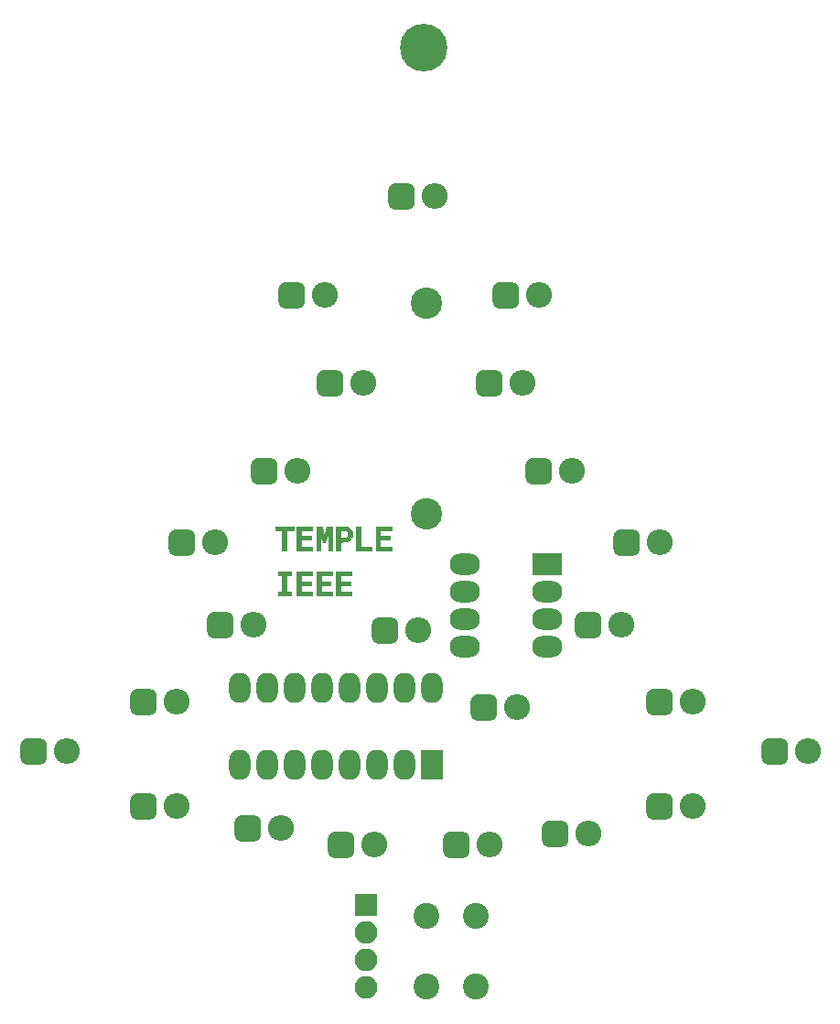
<source format=gbr>
G04 #@! TF.GenerationSoftware,KiCad,Pcbnew,(5.0.0)*
G04 #@! TF.CreationDate,2019-09-06T15:11:28-04:00*
G04 #@! TF.ProjectId,Christmas Tree,4368726973746D617320547265652E6B,rev?*
G04 #@! TF.SameCoordinates,Original*
G04 #@! TF.FileFunction,Soldermask,Top*
G04 #@! TF.FilePolarity,Negative*
%FSLAX46Y46*%
G04 Gerber Fmt 4.6, Leading zero omitted, Abs format (unit mm)*
G04 Created by KiCad (PCBNEW (5.0.0)) date 09/06/19 15:11:28*
%MOMM*%
%LPD*%
G01*
G04 APERTURE LIST*
%ADD10C,0.010000*%
%ADD11C,2.900000*%
%ADD12C,2.400000*%
%ADD13C,4.400000*%
%ADD14C,0.100000*%
%ADD15O,2.400000X2.400000*%
%ADD16R,2.000000X2.800000*%
%ADD17O,2.000000X2.800000*%
%ADD18O,2.100000X2.100000*%
%ADD19R,2.100000X2.100000*%
%ADD20O,2.800000X2.000000*%
%ADD21R,2.800000X2.000000*%
G04 APERTURE END LIST*
D10*
G04 #@! TO.C,G\002A\002A\002A*
G36*
X129892334Y-101979000D02*
X128834000Y-101979000D01*
X128834000Y-102529334D01*
X129723000Y-102529334D01*
X129723000Y-102868000D01*
X128834000Y-102868000D01*
X128834000Y-103503000D01*
X129892334Y-103503000D01*
X129892334Y-103841667D01*
X128453000Y-103841667D01*
X128453000Y-101640334D01*
X129892334Y-101640334D01*
X129892334Y-101979000D01*
X129892334Y-101979000D01*
G37*
X129892334Y-101979000D02*
X128834000Y-101979000D01*
X128834000Y-102529334D01*
X129723000Y-102529334D01*
X129723000Y-102868000D01*
X128834000Y-102868000D01*
X128834000Y-103503000D01*
X129892334Y-103503000D01*
X129892334Y-103841667D01*
X128453000Y-103841667D01*
X128453000Y-101640334D01*
X129892334Y-101640334D01*
X129892334Y-101979000D01*
G36*
X127013667Y-103503000D02*
X128029667Y-103503000D01*
X128029667Y-103841667D01*
X126632667Y-103841667D01*
X126632667Y-101640334D01*
X127013667Y-101640334D01*
X127013667Y-103503000D01*
X127013667Y-103503000D01*
G37*
X127013667Y-103503000D02*
X128029667Y-103503000D01*
X128029667Y-103841667D01*
X126632667Y-103841667D01*
X126632667Y-101640334D01*
X127013667Y-101640334D01*
X127013667Y-103503000D01*
G36*
X125288584Y-101647010D02*
X125523378Y-101656373D01*
X125691443Y-101670005D01*
X125810700Y-101690612D01*
X125899070Y-101720905D01*
X125947674Y-101746613D01*
X126121996Y-101897062D01*
X126234246Y-102092091D01*
X126278639Y-102313034D01*
X126249389Y-102541224D01*
X126219211Y-102622696D01*
X126111404Y-102798097D01*
X125960921Y-102919874D01*
X125755824Y-102994816D01*
X125505588Y-103028428D01*
X125193334Y-103048468D01*
X125193334Y-103841667D01*
X124770000Y-103841667D01*
X124770000Y-101979000D01*
X125193334Y-101979000D01*
X125193334Y-102698667D01*
X125434022Y-102698667D01*
X125593529Y-102690178D01*
X125699472Y-102659295D01*
X125772688Y-102606621D01*
X125854233Y-102477122D01*
X125872765Y-102320842D01*
X125828616Y-102167175D01*
X125766758Y-102082909D01*
X125686017Y-102019203D01*
X125588642Y-101987889D01*
X125442270Y-101979036D01*
X125428091Y-101979000D01*
X125193334Y-101979000D01*
X124770000Y-101979000D01*
X124770000Y-101631627D01*
X125288584Y-101647010D01*
X125288584Y-101647010D01*
G37*
X125288584Y-101647010D02*
X125523378Y-101656373D01*
X125691443Y-101670005D01*
X125810700Y-101690612D01*
X125899070Y-101720905D01*
X125947674Y-101746613D01*
X126121996Y-101897062D01*
X126234246Y-102092091D01*
X126278639Y-102313034D01*
X126249389Y-102541224D01*
X126219211Y-102622696D01*
X126111404Y-102798097D01*
X125960921Y-102919874D01*
X125755824Y-102994816D01*
X125505588Y-103028428D01*
X125193334Y-103048468D01*
X125193334Y-103841667D01*
X124770000Y-103841667D01*
X124770000Y-101979000D01*
X125193334Y-101979000D01*
X125193334Y-102698667D01*
X125434022Y-102698667D01*
X125593529Y-102690178D01*
X125699472Y-102659295D01*
X125772688Y-102606621D01*
X125854233Y-102477122D01*
X125872765Y-102320842D01*
X125828616Y-102167175D01*
X125766758Y-102082909D01*
X125686017Y-102019203D01*
X125588642Y-101987889D01*
X125442270Y-101979036D01*
X125428091Y-101979000D01*
X125193334Y-101979000D01*
X124770000Y-101979000D01*
X124770000Y-101631627D01*
X125288584Y-101647010D01*
G36*
X123539445Y-102048678D02*
X123589255Y-102237713D01*
X123630458Y-102358116D01*
X123660795Y-102403876D01*
X123670635Y-102397928D01*
X123696393Y-102331563D01*
X123736336Y-102206550D01*
X123783166Y-102046133D01*
X123798834Y-101989584D01*
X123894283Y-101640334D01*
X124389000Y-101640334D01*
X124389000Y-103841667D01*
X124052162Y-103841667D01*
X124040664Y-103026750D01*
X124029167Y-102211834D01*
X123884403Y-102666917D01*
X123818704Y-102867247D01*
X123768919Y-102999489D01*
X123728079Y-103077072D01*
X123689216Y-103113425D01*
X123648226Y-103122000D01*
X123604444Y-103112566D01*
X123566984Y-103074926D01*
X123528902Y-102995075D01*
X123483257Y-102859004D01*
X123433157Y-102688084D01*
X123309500Y-102254167D01*
X123297983Y-103047917D01*
X123286465Y-103841667D01*
X122949667Y-103841667D01*
X122949667Y-101640334D01*
X123441002Y-101640334D01*
X123539445Y-102048678D01*
X123539445Y-102048678D01*
G37*
X123539445Y-102048678D02*
X123589255Y-102237713D01*
X123630458Y-102358116D01*
X123660795Y-102403876D01*
X123670635Y-102397928D01*
X123696393Y-102331563D01*
X123736336Y-102206550D01*
X123783166Y-102046133D01*
X123798834Y-101989584D01*
X123894283Y-101640334D01*
X124389000Y-101640334D01*
X124389000Y-103841667D01*
X124052162Y-103841667D01*
X124040664Y-103026750D01*
X124029167Y-102211834D01*
X123884403Y-102666917D01*
X123818704Y-102867247D01*
X123768919Y-102999489D01*
X123728079Y-103077072D01*
X123689216Y-103113425D01*
X123648226Y-103122000D01*
X123604444Y-103112566D01*
X123566984Y-103074926D01*
X123528902Y-102995075D01*
X123483257Y-102859004D01*
X123433157Y-102688084D01*
X123309500Y-102254167D01*
X123297983Y-103047917D01*
X123286465Y-103841667D01*
X122949667Y-103841667D01*
X122949667Y-101640334D01*
X123441002Y-101640334D01*
X123539445Y-102048678D01*
G36*
X122568667Y-101979000D02*
X121552667Y-101979000D01*
X121552667Y-102529334D01*
X122441667Y-102529334D01*
X122441667Y-102868000D01*
X121552667Y-102868000D01*
X121552667Y-103503000D01*
X122568667Y-103503000D01*
X122568667Y-103841667D01*
X121129334Y-103841667D01*
X121129334Y-101640334D01*
X122568667Y-101640334D01*
X122568667Y-101979000D01*
X122568667Y-101979000D01*
G37*
X122568667Y-101979000D02*
X121552667Y-101979000D01*
X121552667Y-102529334D01*
X122441667Y-102529334D01*
X122441667Y-102868000D01*
X121552667Y-102868000D01*
X121552667Y-103503000D01*
X122568667Y-103503000D01*
X122568667Y-103841667D01*
X121129334Y-103841667D01*
X121129334Y-101640334D01*
X122568667Y-101640334D01*
X122568667Y-101979000D01*
G36*
X120833000Y-101979000D02*
X120198000Y-101979000D01*
X120198000Y-103841667D01*
X119774667Y-103841667D01*
X119774667Y-101979000D01*
X119139667Y-101979000D01*
X119139667Y-101640334D01*
X120833000Y-101640334D01*
X120833000Y-101979000D01*
X120833000Y-101979000D01*
G37*
X120833000Y-101979000D02*
X120198000Y-101979000D01*
X120198000Y-103841667D01*
X119774667Y-103841667D01*
X119774667Y-101979000D01*
X119139667Y-101979000D01*
X119139667Y-101640334D01*
X120833000Y-101640334D01*
X120833000Y-101979000D01*
G36*
X126209334Y-106170000D02*
X125193334Y-106170000D01*
X125193334Y-106720334D01*
X126082334Y-106720334D01*
X126082334Y-107059000D01*
X125193334Y-107059000D01*
X125193334Y-107694000D01*
X126209334Y-107694000D01*
X126209334Y-108032667D01*
X124770000Y-108032667D01*
X124770000Y-105831334D01*
X126209334Y-105831334D01*
X126209334Y-106170000D01*
X126209334Y-106170000D01*
G37*
X126209334Y-106170000D02*
X125193334Y-106170000D01*
X125193334Y-106720334D01*
X126082334Y-106720334D01*
X126082334Y-107059000D01*
X125193334Y-107059000D01*
X125193334Y-107694000D01*
X126209334Y-107694000D01*
X126209334Y-108032667D01*
X124770000Y-108032667D01*
X124770000Y-105831334D01*
X126209334Y-105831334D01*
X126209334Y-106170000D01*
G36*
X124389000Y-106170000D02*
X123373000Y-106170000D01*
X123373000Y-106720334D01*
X124262000Y-106720334D01*
X124262000Y-107059000D01*
X123373000Y-107059000D01*
X123373000Y-107694000D01*
X124389000Y-107694000D01*
X124389000Y-108032667D01*
X122949667Y-108032667D01*
X122949667Y-105831334D01*
X124389000Y-105831334D01*
X124389000Y-106170000D01*
X124389000Y-106170000D01*
G37*
X124389000Y-106170000D02*
X123373000Y-106170000D01*
X123373000Y-106720334D01*
X124262000Y-106720334D01*
X124262000Y-107059000D01*
X123373000Y-107059000D01*
X123373000Y-107694000D01*
X124389000Y-107694000D01*
X124389000Y-108032667D01*
X122949667Y-108032667D01*
X122949667Y-105831334D01*
X124389000Y-105831334D01*
X124389000Y-106170000D01*
G36*
X122568667Y-106170000D02*
X121552667Y-106170000D01*
X121552667Y-106720334D01*
X122441667Y-106720334D01*
X122441667Y-107059000D01*
X121552667Y-107059000D01*
X121552667Y-107694000D01*
X122568667Y-107694000D01*
X122568667Y-108032667D01*
X121129334Y-108032667D01*
X121129334Y-105831334D01*
X122568667Y-105831334D01*
X122568667Y-106170000D01*
X122568667Y-106170000D01*
G37*
X122568667Y-106170000D02*
X121552667Y-106170000D01*
X121552667Y-106720334D01*
X122441667Y-106720334D01*
X122441667Y-107059000D01*
X121552667Y-107059000D01*
X121552667Y-107694000D01*
X122568667Y-107694000D01*
X122568667Y-108032667D01*
X121129334Y-108032667D01*
X121129334Y-105831334D01*
X122568667Y-105831334D01*
X122568667Y-106170000D01*
G36*
X120621334Y-106170000D02*
X120198000Y-106170000D01*
X120198000Y-107694000D01*
X120621334Y-107694000D01*
X120621334Y-108032667D01*
X119393667Y-108032667D01*
X119393667Y-107694000D01*
X119774667Y-107694000D01*
X119774667Y-106170000D01*
X119393667Y-106170000D01*
X119393667Y-105831334D01*
X120621334Y-105831334D01*
X120621334Y-106170000D01*
X120621334Y-106170000D01*
G37*
X120621334Y-106170000D02*
X120198000Y-106170000D01*
X120198000Y-107694000D01*
X120621334Y-107694000D01*
X120621334Y-108032667D01*
X119393667Y-108032667D01*
X119393667Y-107694000D01*
X119774667Y-107694000D01*
X119774667Y-106170000D01*
X119393667Y-106170000D01*
X119393667Y-105831334D01*
X120621334Y-105831334D01*
X120621334Y-106170000D01*
G04 #@! TD*
D11*
G04 #@! TO.C,Battery1*
X133096000Y-100456000D03*
X133096000Y-80956000D03*
G04 #@! TD*
D12*
G04 #@! TO.C,BTN1*
X133168000Y-137668000D03*
X137668000Y-137668000D03*
X133168000Y-144168000D03*
X137668000Y-144168000D03*
G04 #@! TD*
D13*
G04 #@! TO.C,HOOK*
X132842000Y-57364000D03*
G04 #@! TD*
D14*
G04 #@! TO.C,D1*
G36*
X125884810Y-129866889D02*
X125943054Y-129875529D01*
X126000171Y-129889836D01*
X126055610Y-129909672D01*
X126108838Y-129934847D01*
X126159342Y-129965118D01*
X126206636Y-130000194D01*
X126250264Y-130039736D01*
X126289806Y-130083364D01*
X126324882Y-130130658D01*
X126355153Y-130181162D01*
X126380328Y-130234390D01*
X126400164Y-130289829D01*
X126414471Y-130346946D01*
X126423111Y-130405190D01*
X126426000Y-130464000D01*
X126426000Y-131664000D01*
X126423111Y-131722810D01*
X126414471Y-131781054D01*
X126400164Y-131838171D01*
X126380328Y-131893610D01*
X126355153Y-131946838D01*
X126324882Y-131997342D01*
X126289806Y-132044636D01*
X126250264Y-132088264D01*
X126206636Y-132127806D01*
X126159342Y-132162882D01*
X126108838Y-132193153D01*
X126055610Y-132218328D01*
X126000171Y-132238164D01*
X125943054Y-132252471D01*
X125884810Y-132261111D01*
X125826000Y-132264000D01*
X124626000Y-132264000D01*
X124567190Y-132261111D01*
X124508946Y-132252471D01*
X124451829Y-132238164D01*
X124396390Y-132218328D01*
X124343162Y-132193153D01*
X124292658Y-132162882D01*
X124245364Y-132127806D01*
X124201736Y-132088264D01*
X124162194Y-132044636D01*
X124127118Y-131997342D01*
X124096847Y-131946838D01*
X124071672Y-131893610D01*
X124051836Y-131838171D01*
X124037529Y-131781054D01*
X124028889Y-131722810D01*
X124026000Y-131664000D01*
X124026000Y-130464000D01*
X124028889Y-130405190D01*
X124037529Y-130346946D01*
X124051836Y-130289829D01*
X124071672Y-130234390D01*
X124096847Y-130181162D01*
X124127118Y-130130658D01*
X124162194Y-130083364D01*
X124201736Y-130039736D01*
X124245364Y-130000194D01*
X124292658Y-129965118D01*
X124343162Y-129934847D01*
X124396390Y-129909672D01*
X124451829Y-129889836D01*
X124508946Y-129875529D01*
X124567190Y-129866889D01*
X124626000Y-129864000D01*
X125826000Y-129864000D01*
X125884810Y-129866889D01*
X125884810Y-129866889D01*
G37*
D12*
X125226000Y-131064000D03*
D15*
X128266000Y-131064000D03*
G04 #@! TD*
G04 #@! TO.C,D2*
X119630000Y-129540000D03*
D14*
G36*
X117248810Y-128342889D02*
X117307054Y-128351529D01*
X117364171Y-128365836D01*
X117419610Y-128385672D01*
X117472838Y-128410847D01*
X117523342Y-128441118D01*
X117570636Y-128476194D01*
X117614264Y-128515736D01*
X117653806Y-128559364D01*
X117688882Y-128606658D01*
X117719153Y-128657162D01*
X117744328Y-128710390D01*
X117764164Y-128765829D01*
X117778471Y-128822946D01*
X117787111Y-128881190D01*
X117790000Y-128940000D01*
X117790000Y-130140000D01*
X117787111Y-130198810D01*
X117778471Y-130257054D01*
X117764164Y-130314171D01*
X117744328Y-130369610D01*
X117719153Y-130422838D01*
X117688882Y-130473342D01*
X117653806Y-130520636D01*
X117614264Y-130564264D01*
X117570636Y-130603806D01*
X117523342Y-130638882D01*
X117472838Y-130669153D01*
X117419610Y-130694328D01*
X117364171Y-130714164D01*
X117307054Y-130728471D01*
X117248810Y-130737111D01*
X117190000Y-130740000D01*
X115990000Y-130740000D01*
X115931190Y-130737111D01*
X115872946Y-130728471D01*
X115815829Y-130714164D01*
X115760390Y-130694328D01*
X115707162Y-130669153D01*
X115656658Y-130638882D01*
X115609364Y-130603806D01*
X115565736Y-130564264D01*
X115526194Y-130520636D01*
X115491118Y-130473342D01*
X115460847Y-130422838D01*
X115435672Y-130369610D01*
X115415836Y-130314171D01*
X115401529Y-130257054D01*
X115392889Y-130198810D01*
X115390000Y-130140000D01*
X115390000Y-128940000D01*
X115392889Y-128881190D01*
X115401529Y-128822946D01*
X115415836Y-128765829D01*
X115435672Y-128710390D01*
X115460847Y-128657162D01*
X115491118Y-128606658D01*
X115526194Y-128559364D01*
X115565736Y-128515736D01*
X115609364Y-128476194D01*
X115656658Y-128441118D01*
X115707162Y-128410847D01*
X115760390Y-128385672D01*
X115815829Y-128365836D01*
X115872946Y-128351529D01*
X115931190Y-128342889D01*
X115990000Y-128340000D01*
X117190000Y-128340000D01*
X117248810Y-128342889D01*
X117248810Y-128342889D01*
G37*
D12*
X116590000Y-129540000D03*
G04 #@! TD*
D14*
G04 #@! TO.C,D3*
G36*
X107596810Y-126310889D02*
X107655054Y-126319529D01*
X107712171Y-126333836D01*
X107767610Y-126353672D01*
X107820838Y-126378847D01*
X107871342Y-126409118D01*
X107918636Y-126444194D01*
X107962264Y-126483736D01*
X108001806Y-126527364D01*
X108036882Y-126574658D01*
X108067153Y-126625162D01*
X108092328Y-126678390D01*
X108112164Y-126733829D01*
X108126471Y-126790946D01*
X108135111Y-126849190D01*
X108138000Y-126908000D01*
X108138000Y-128108000D01*
X108135111Y-128166810D01*
X108126471Y-128225054D01*
X108112164Y-128282171D01*
X108092328Y-128337610D01*
X108067153Y-128390838D01*
X108036882Y-128441342D01*
X108001806Y-128488636D01*
X107962264Y-128532264D01*
X107918636Y-128571806D01*
X107871342Y-128606882D01*
X107820838Y-128637153D01*
X107767610Y-128662328D01*
X107712171Y-128682164D01*
X107655054Y-128696471D01*
X107596810Y-128705111D01*
X107538000Y-128708000D01*
X106338000Y-128708000D01*
X106279190Y-128705111D01*
X106220946Y-128696471D01*
X106163829Y-128682164D01*
X106108390Y-128662328D01*
X106055162Y-128637153D01*
X106004658Y-128606882D01*
X105957364Y-128571806D01*
X105913736Y-128532264D01*
X105874194Y-128488636D01*
X105839118Y-128441342D01*
X105808847Y-128390838D01*
X105783672Y-128337610D01*
X105763836Y-128282171D01*
X105749529Y-128225054D01*
X105740889Y-128166810D01*
X105738000Y-128108000D01*
X105738000Y-126908000D01*
X105740889Y-126849190D01*
X105749529Y-126790946D01*
X105763836Y-126733829D01*
X105783672Y-126678390D01*
X105808847Y-126625162D01*
X105839118Y-126574658D01*
X105874194Y-126527364D01*
X105913736Y-126483736D01*
X105957364Y-126444194D01*
X106004658Y-126409118D01*
X106055162Y-126378847D01*
X106108390Y-126353672D01*
X106163829Y-126333836D01*
X106220946Y-126319529D01*
X106279190Y-126310889D01*
X106338000Y-126308000D01*
X107538000Y-126308000D01*
X107596810Y-126310889D01*
X107596810Y-126310889D01*
G37*
D12*
X106938000Y-127508000D03*
D15*
X109978000Y-127508000D03*
G04 #@! TD*
G04 #@! TO.C,D4*
X99818000Y-122428000D03*
D14*
G36*
X97436810Y-121230889D02*
X97495054Y-121239529D01*
X97552171Y-121253836D01*
X97607610Y-121273672D01*
X97660838Y-121298847D01*
X97711342Y-121329118D01*
X97758636Y-121364194D01*
X97802264Y-121403736D01*
X97841806Y-121447364D01*
X97876882Y-121494658D01*
X97907153Y-121545162D01*
X97932328Y-121598390D01*
X97952164Y-121653829D01*
X97966471Y-121710946D01*
X97975111Y-121769190D01*
X97978000Y-121828000D01*
X97978000Y-123028000D01*
X97975111Y-123086810D01*
X97966471Y-123145054D01*
X97952164Y-123202171D01*
X97932328Y-123257610D01*
X97907153Y-123310838D01*
X97876882Y-123361342D01*
X97841806Y-123408636D01*
X97802264Y-123452264D01*
X97758636Y-123491806D01*
X97711342Y-123526882D01*
X97660838Y-123557153D01*
X97607610Y-123582328D01*
X97552171Y-123602164D01*
X97495054Y-123616471D01*
X97436810Y-123625111D01*
X97378000Y-123628000D01*
X96178000Y-123628000D01*
X96119190Y-123625111D01*
X96060946Y-123616471D01*
X96003829Y-123602164D01*
X95948390Y-123582328D01*
X95895162Y-123557153D01*
X95844658Y-123526882D01*
X95797364Y-123491806D01*
X95753736Y-123452264D01*
X95714194Y-123408636D01*
X95679118Y-123361342D01*
X95648847Y-123310838D01*
X95623672Y-123257610D01*
X95603836Y-123202171D01*
X95589529Y-123145054D01*
X95580889Y-123086810D01*
X95578000Y-123028000D01*
X95578000Y-121828000D01*
X95580889Y-121769190D01*
X95589529Y-121710946D01*
X95603836Y-121653829D01*
X95623672Y-121598390D01*
X95648847Y-121545162D01*
X95679118Y-121494658D01*
X95714194Y-121447364D01*
X95753736Y-121403736D01*
X95797364Y-121364194D01*
X95844658Y-121329118D01*
X95895162Y-121298847D01*
X95948390Y-121273672D01*
X96003829Y-121253836D01*
X96060946Y-121239529D01*
X96119190Y-121230889D01*
X96178000Y-121228000D01*
X97378000Y-121228000D01*
X97436810Y-121230889D01*
X97436810Y-121230889D01*
G37*
D12*
X96778000Y-122428000D03*
G04 #@! TD*
D14*
G04 #@! TO.C,D5*
G36*
X107596810Y-116658889D02*
X107655054Y-116667529D01*
X107712171Y-116681836D01*
X107767610Y-116701672D01*
X107820838Y-116726847D01*
X107871342Y-116757118D01*
X107918636Y-116792194D01*
X107962264Y-116831736D01*
X108001806Y-116875364D01*
X108036882Y-116922658D01*
X108067153Y-116973162D01*
X108092328Y-117026390D01*
X108112164Y-117081829D01*
X108126471Y-117138946D01*
X108135111Y-117197190D01*
X108138000Y-117256000D01*
X108138000Y-118456000D01*
X108135111Y-118514810D01*
X108126471Y-118573054D01*
X108112164Y-118630171D01*
X108092328Y-118685610D01*
X108067153Y-118738838D01*
X108036882Y-118789342D01*
X108001806Y-118836636D01*
X107962264Y-118880264D01*
X107918636Y-118919806D01*
X107871342Y-118954882D01*
X107820838Y-118985153D01*
X107767610Y-119010328D01*
X107712171Y-119030164D01*
X107655054Y-119044471D01*
X107596810Y-119053111D01*
X107538000Y-119056000D01*
X106338000Y-119056000D01*
X106279190Y-119053111D01*
X106220946Y-119044471D01*
X106163829Y-119030164D01*
X106108390Y-119010328D01*
X106055162Y-118985153D01*
X106004658Y-118954882D01*
X105957364Y-118919806D01*
X105913736Y-118880264D01*
X105874194Y-118836636D01*
X105839118Y-118789342D01*
X105808847Y-118738838D01*
X105783672Y-118685610D01*
X105763836Y-118630171D01*
X105749529Y-118573054D01*
X105740889Y-118514810D01*
X105738000Y-118456000D01*
X105738000Y-117256000D01*
X105740889Y-117197190D01*
X105749529Y-117138946D01*
X105763836Y-117081829D01*
X105783672Y-117026390D01*
X105808847Y-116973162D01*
X105839118Y-116922658D01*
X105874194Y-116875364D01*
X105913736Y-116831736D01*
X105957364Y-116792194D01*
X106004658Y-116757118D01*
X106055162Y-116726847D01*
X106108390Y-116701672D01*
X106163829Y-116681836D01*
X106220946Y-116667529D01*
X106279190Y-116658889D01*
X106338000Y-116656000D01*
X107538000Y-116656000D01*
X107596810Y-116658889D01*
X107596810Y-116658889D01*
G37*
D12*
X106938000Y-117856000D03*
D15*
X109978000Y-117856000D03*
G04 #@! TD*
G04 #@! TO.C,D6*
X117090000Y-110744000D03*
D14*
G36*
X114708810Y-109546889D02*
X114767054Y-109555529D01*
X114824171Y-109569836D01*
X114879610Y-109589672D01*
X114932838Y-109614847D01*
X114983342Y-109645118D01*
X115030636Y-109680194D01*
X115074264Y-109719736D01*
X115113806Y-109763364D01*
X115148882Y-109810658D01*
X115179153Y-109861162D01*
X115204328Y-109914390D01*
X115224164Y-109969829D01*
X115238471Y-110026946D01*
X115247111Y-110085190D01*
X115250000Y-110144000D01*
X115250000Y-111344000D01*
X115247111Y-111402810D01*
X115238471Y-111461054D01*
X115224164Y-111518171D01*
X115204328Y-111573610D01*
X115179153Y-111626838D01*
X115148882Y-111677342D01*
X115113806Y-111724636D01*
X115074264Y-111768264D01*
X115030636Y-111807806D01*
X114983342Y-111842882D01*
X114932838Y-111873153D01*
X114879610Y-111898328D01*
X114824171Y-111918164D01*
X114767054Y-111932471D01*
X114708810Y-111941111D01*
X114650000Y-111944000D01*
X113450000Y-111944000D01*
X113391190Y-111941111D01*
X113332946Y-111932471D01*
X113275829Y-111918164D01*
X113220390Y-111898328D01*
X113167162Y-111873153D01*
X113116658Y-111842882D01*
X113069364Y-111807806D01*
X113025736Y-111768264D01*
X112986194Y-111724636D01*
X112951118Y-111677342D01*
X112920847Y-111626838D01*
X112895672Y-111573610D01*
X112875836Y-111518171D01*
X112861529Y-111461054D01*
X112852889Y-111402810D01*
X112850000Y-111344000D01*
X112850000Y-110144000D01*
X112852889Y-110085190D01*
X112861529Y-110026946D01*
X112875836Y-109969829D01*
X112895672Y-109914390D01*
X112920847Y-109861162D01*
X112951118Y-109810658D01*
X112986194Y-109763364D01*
X113025736Y-109719736D01*
X113069364Y-109680194D01*
X113116658Y-109645118D01*
X113167162Y-109614847D01*
X113220390Y-109589672D01*
X113275829Y-109569836D01*
X113332946Y-109555529D01*
X113391190Y-109546889D01*
X113450000Y-109544000D01*
X114650000Y-109544000D01*
X114708810Y-109546889D01*
X114708810Y-109546889D01*
G37*
D12*
X114050000Y-110744000D03*
G04 #@! TD*
D14*
G04 #@! TO.C,D7*
G36*
X111152810Y-101926889D02*
X111211054Y-101935529D01*
X111268171Y-101949836D01*
X111323610Y-101969672D01*
X111376838Y-101994847D01*
X111427342Y-102025118D01*
X111474636Y-102060194D01*
X111518264Y-102099736D01*
X111557806Y-102143364D01*
X111592882Y-102190658D01*
X111623153Y-102241162D01*
X111648328Y-102294390D01*
X111668164Y-102349829D01*
X111682471Y-102406946D01*
X111691111Y-102465190D01*
X111694000Y-102524000D01*
X111694000Y-103724000D01*
X111691111Y-103782810D01*
X111682471Y-103841054D01*
X111668164Y-103898171D01*
X111648328Y-103953610D01*
X111623153Y-104006838D01*
X111592882Y-104057342D01*
X111557806Y-104104636D01*
X111518264Y-104148264D01*
X111474636Y-104187806D01*
X111427342Y-104222882D01*
X111376838Y-104253153D01*
X111323610Y-104278328D01*
X111268171Y-104298164D01*
X111211054Y-104312471D01*
X111152810Y-104321111D01*
X111094000Y-104324000D01*
X109894000Y-104324000D01*
X109835190Y-104321111D01*
X109776946Y-104312471D01*
X109719829Y-104298164D01*
X109664390Y-104278328D01*
X109611162Y-104253153D01*
X109560658Y-104222882D01*
X109513364Y-104187806D01*
X109469736Y-104148264D01*
X109430194Y-104104636D01*
X109395118Y-104057342D01*
X109364847Y-104006838D01*
X109339672Y-103953610D01*
X109319836Y-103898171D01*
X109305529Y-103841054D01*
X109296889Y-103782810D01*
X109294000Y-103724000D01*
X109294000Y-102524000D01*
X109296889Y-102465190D01*
X109305529Y-102406946D01*
X109319836Y-102349829D01*
X109339672Y-102294390D01*
X109364847Y-102241162D01*
X109395118Y-102190658D01*
X109430194Y-102143364D01*
X109469736Y-102099736D01*
X109513364Y-102060194D01*
X109560658Y-102025118D01*
X109611162Y-101994847D01*
X109664390Y-101969672D01*
X109719829Y-101949836D01*
X109776946Y-101935529D01*
X109835190Y-101926889D01*
X109894000Y-101924000D01*
X111094000Y-101924000D01*
X111152810Y-101926889D01*
X111152810Y-101926889D01*
G37*
D12*
X110494000Y-103124000D03*
D15*
X113534000Y-103124000D03*
G04 #@! TD*
G04 #@! TO.C,D8*
X121154000Y-96520000D03*
D14*
G36*
X118772810Y-95322889D02*
X118831054Y-95331529D01*
X118888171Y-95345836D01*
X118943610Y-95365672D01*
X118996838Y-95390847D01*
X119047342Y-95421118D01*
X119094636Y-95456194D01*
X119138264Y-95495736D01*
X119177806Y-95539364D01*
X119212882Y-95586658D01*
X119243153Y-95637162D01*
X119268328Y-95690390D01*
X119288164Y-95745829D01*
X119302471Y-95802946D01*
X119311111Y-95861190D01*
X119314000Y-95920000D01*
X119314000Y-97120000D01*
X119311111Y-97178810D01*
X119302471Y-97237054D01*
X119288164Y-97294171D01*
X119268328Y-97349610D01*
X119243153Y-97402838D01*
X119212882Y-97453342D01*
X119177806Y-97500636D01*
X119138264Y-97544264D01*
X119094636Y-97583806D01*
X119047342Y-97618882D01*
X118996838Y-97649153D01*
X118943610Y-97674328D01*
X118888171Y-97694164D01*
X118831054Y-97708471D01*
X118772810Y-97717111D01*
X118714000Y-97720000D01*
X117514000Y-97720000D01*
X117455190Y-97717111D01*
X117396946Y-97708471D01*
X117339829Y-97694164D01*
X117284390Y-97674328D01*
X117231162Y-97649153D01*
X117180658Y-97618882D01*
X117133364Y-97583806D01*
X117089736Y-97544264D01*
X117050194Y-97500636D01*
X117015118Y-97453342D01*
X116984847Y-97402838D01*
X116959672Y-97349610D01*
X116939836Y-97294171D01*
X116925529Y-97237054D01*
X116916889Y-97178810D01*
X116914000Y-97120000D01*
X116914000Y-95920000D01*
X116916889Y-95861190D01*
X116925529Y-95802946D01*
X116939836Y-95745829D01*
X116959672Y-95690390D01*
X116984847Y-95637162D01*
X117015118Y-95586658D01*
X117050194Y-95539364D01*
X117089736Y-95495736D01*
X117133364Y-95456194D01*
X117180658Y-95421118D01*
X117231162Y-95390847D01*
X117284390Y-95365672D01*
X117339829Y-95345836D01*
X117396946Y-95331529D01*
X117455190Y-95322889D01*
X117514000Y-95320000D01*
X118714000Y-95320000D01*
X118772810Y-95322889D01*
X118772810Y-95322889D01*
G37*
D12*
X118114000Y-96520000D03*
G04 #@! TD*
D14*
G04 #@! TO.C,D9*
G36*
X124868810Y-87194889D02*
X124927054Y-87203529D01*
X124984171Y-87217836D01*
X125039610Y-87237672D01*
X125092838Y-87262847D01*
X125143342Y-87293118D01*
X125190636Y-87328194D01*
X125234264Y-87367736D01*
X125273806Y-87411364D01*
X125308882Y-87458658D01*
X125339153Y-87509162D01*
X125364328Y-87562390D01*
X125384164Y-87617829D01*
X125398471Y-87674946D01*
X125407111Y-87733190D01*
X125410000Y-87792000D01*
X125410000Y-88992000D01*
X125407111Y-89050810D01*
X125398471Y-89109054D01*
X125384164Y-89166171D01*
X125364328Y-89221610D01*
X125339153Y-89274838D01*
X125308882Y-89325342D01*
X125273806Y-89372636D01*
X125234264Y-89416264D01*
X125190636Y-89455806D01*
X125143342Y-89490882D01*
X125092838Y-89521153D01*
X125039610Y-89546328D01*
X124984171Y-89566164D01*
X124927054Y-89580471D01*
X124868810Y-89589111D01*
X124810000Y-89592000D01*
X123610000Y-89592000D01*
X123551190Y-89589111D01*
X123492946Y-89580471D01*
X123435829Y-89566164D01*
X123380390Y-89546328D01*
X123327162Y-89521153D01*
X123276658Y-89490882D01*
X123229364Y-89455806D01*
X123185736Y-89416264D01*
X123146194Y-89372636D01*
X123111118Y-89325342D01*
X123080847Y-89274838D01*
X123055672Y-89221610D01*
X123035836Y-89166171D01*
X123021529Y-89109054D01*
X123012889Y-89050810D01*
X123010000Y-88992000D01*
X123010000Y-87792000D01*
X123012889Y-87733190D01*
X123021529Y-87674946D01*
X123035836Y-87617829D01*
X123055672Y-87562390D01*
X123080847Y-87509162D01*
X123111118Y-87458658D01*
X123146194Y-87411364D01*
X123185736Y-87367736D01*
X123229364Y-87328194D01*
X123276658Y-87293118D01*
X123327162Y-87262847D01*
X123380390Y-87237672D01*
X123435829Y-87217836D01*
X123492946Y-87203529D01*
X123551190Y-87194889D01*
X123610000Y-87192000D01*
X124810000Y-87192000D01*
X124868810Y-87194889D01*
X124868810Y-87194889D01*
G37*
D12*
X124210000Y-88392000D03*
D15*
X127250000Y-88392000D03*
G04 #@! TD*
D14*
G04 #@! TO.C,D10*
G36*
X121312810Y-79066889D02*
X121371054Y-79075529D01*
X121428171Y-79089836D01*
X121483610Y-79109672D01*
X121536838Y-79134847D01*
X121587342Y-79165118D01*
X121634636Y-79200194D01*
X121678264Y-79239736D01*
X121717806Y-79283364D01*
X121752882Y-79330658D01*
X121783153Y-79381162D01*
X121808328Y-79434390D01*
X121828164Y-79489829D01*
X121842471Y-79546946D01*
X121851111Y-79605190D01*
X121854000Y-79664000D01*
X121854000Y-80864000D01*
X121851111Y-80922810D01*
X121842471Y-80981054D01*
X121828164Y-81038171D01*
X121808328Y-81093610D01*
X121783153Y-81146838D01*
X121752882Y-81197342D01*
X121717806Y-81244636D01*
X121678264Y-81288264D01*
X121634636Y-81327806D01*
X121587342Y-81362882D01*
X121536838Y-81393153D01*
X121483610Y-81418328D01*
X121428171Y-81438164D01*
X121371054Y-81452471D01*
X121312810Y-81461111D01*
X121254000Y-81464000D01*
X120054000Y-81464000D01*
X119995190Y-81461111D01*
X119936946Y-81452471D01*
X119879829Y-81438164D01*
X119824390Y-81418328D01*
X119771162Y-81393153D01*
X119720658Y-81362882D01*
X119673364Y-81327806D01*
X119629736Y-81288264D01*
X119590194Y-81244636D01*
X119555118Y-81197342D01*
X119524847Y-81146838D01*
X119499672Y-81093610D01*
X119479836Y-81038171D01*
X119465529Y-80981054D01*
X119456889Y-80922810D01*
X119454000Y-80864000D01*
X119454000Y-79664000D01*
X119456889Y-79605190D01*
X119465529Y-79546946D01*
X119479836Y-79489829D01*
X119499672Y-79434390D01*
X119524847Y-79381162D01*
X119555118Y-79330658D01*
X119590194Y-79283364D01*
X119629736Y-79239736D01*
X119673364Y-79200194D01*
X119720658Y-79165118D01*
X119771162Y-79134847D01*
X119824390Y-79109672D01*
X119879829Y-79089836D01*
X119936946Y-79075529D01*
X119995190Y-79066889D01*
X120054000Y-79064000D01*
X121254000Y-79064000D01*
X121312810Y-79066889D01*
X121312810Y-79066889D01*
G37*
D12*
X120654000Y-80264000D03*
D15*
X123694000Y-80264000D03*
G04 #@! TD*
G04 #@! TO.C,D11*
X133854000Y-71120000D03*
D14*
G36*
X131472810Y-69922889D02*
X131531054Y-69931529D01*
X131588171Y-69945836D01*
X131643610Y-69965672D01*
X131696838Y-69990847D01*
X131747342Y-70021118D01*
X131794636Y-70056194D01*
X131838264Y-70095736D01*
X131877806Y-70139364D01*
X131912882Y-70186658D01*
X131943153Y-70237162D01*
X131968328Y-70290390D01*
X131988164Y-70345829D01*
X132002471Y-70402946D01*
X132011111Y-70461190D01*
X132014000Y-70520000D01*
X132014000Y-71720000D01*
X132011111Y-71778810D01*
X132002471Y-71837054D01*
X131988164Y-71894171D01*
X131968328Y-71949610D01*
X131943153Y-72002838D01*
X131912882Y-72053342D01*
X131877806Y-72100636D01*
X131838264Y-72144264D01*
X131794636Y-72183806D01*
X131747342Y-72218882D01*
X131696838Y-72249153D01*
X131643610Y-72274328D01*
X131588171Y-72294164D01*
X131531054Y-72308471D01*
X131472810Y-72317111D01*
X131414000Y-72320000D01*
X130214000Y-72320000D01*
X130155190Y-72317111D01*
X130096946Y-72308471D01*
X130039829Y-72294164D01*
X129984390Y-72274328D01*
X129931162Y-72249153D01*
X129880658Y-72218882D01*
X129833364Y-72183806D01*
X129789736Y-72144264D01*
X129750194Y-72100636D01*
X129715118Y-72053342D01*
X129684847Y-72002838D01*
X129659672Y-71949610D01*
X129639836Y-71894171D01*
X129625529Y-71837054D01*
X129616889Y-71778810D01*
X129614000Y-71720000D01*
X129614000Y-70520000D01*
X129616889Y-70461190D01*
X129625529Y-70402946D01*
X129639836Y-70345829D01*
X129659672Y-70290390D01*
X129684847Y-70237162D01*
X129715118Y-70186658D01*
X129750194Y-70139364D01*
X129789736Y-70095736D01*
X129833364Y-70056194D01*
X129880658Y-70021118D01*
X129931162Y-69990847D01*
X129984390Y-69965672D01*
X130039829Y-69945836D01*
X130096946Y-69931529D01*
X130155190Y-69922889D01*
X130214000Y-69920000D01*
X131414000Y-69920000D01*
X131472810Y-69922889D01*
X131472810Y-69922889D01*
G37*
D12*
X130814000Y-71120000D03*
G04 #@! TD*
D14*
G04 #@! TO.C,D12*
G36*
X141124810Y-79066889D02*
X141183054Y-79075529D01*
X141240171Y-79089836D01*
X141295610Y-79109672D01*
X141348838Y-79134847D01*
X141399342Y-79165118D01*
X141446636Y-79200194D01*
X141490264Y-79239736D01*
X141529806Y-79283364D01*
X141564882Y-79330658D01*
X141595153Y-79381162D01*
X141620328Y-79434390D01*
X141640164Y-79489829D01*
X141654471Y-79546946D01*
X141663111Y-79605190D01*
X141666000Y-79664000D01*
X141666000Y-80864000D01*
X141663111Y-80922810D01*
X141654471Y-80981054D01*
X141640164Y-81038171D01*
X141620328Y-81093610D01*
X141595153Y-81146838D01*
X141564882Y-81197342D01*
X141529806Y-81244636D01*
X141490264Y-81288264D01*
X141446636Y-81327806D01*
X141399342Y-81362882D01*
X141348838Y-81393153D01*
X141295610Y-81418328D01*
X141240171Y-81438164D01*
X141183054Y-81452471D01*
X141124810Y-81461111D01*
X141066000Y-81464000D01*
X139866000Y-81464000D01*
X139807190Y-81461111D01*
X139748946Y-81452471D01*
X139691829Y-81438164D01*
X139636390Y-81418328D01*
X139583162Y-81393153D01*
X139532658Y-81362882D01*
X139485364Y-81327806D01*
X139441736Y-81288264D01*
X139402194Y-81244636D01*
X139367118Y-81197342D01*
X139336847Y-81146838D01*
X139311672Y-81093610D01*
X139291836Y-81038171D01*
X139277529Y-80981054D01*
X139268889Y-80922810D01*
X139266000Y-80864000D01*
X139266000Y-79664000D01*
X139268889Y-79605190D01*
X139277529Y-79546946D01*
X139291836Y-79489829D01*
X139311672Y-79434390D01*
X139336847Y-79381162D01*
X139367118Y-79330658D01*
X139402194Y-79283364D01*
X139441736Y-79239736D01*
X139485364Y-79200194D01*
X139532658Y-79165118D01*
X139583162Y-79134847D01*
X139636390Y-79109672D01*
X139691829Y-79089836D01*
X139748946Y-79075529D01*
X139807190Y-79066889D01*
X139866000Y-79064000D01*
X141066000Y-79064000D01*
X141124810Y-79066889D01*
X141124810Y-79066889D01*
G37*
D12*
X140466000Y-80264000D03*
D15*
X143506000Y-80264000D03*
G04 #@! TD*
G04 #@! TO.C,D13*
X141982000Y-88392000D03*
D14*
G36*
X139600810Y-87194889D02*
X139659054Y-87203529D01*
X139716171Y-87217836D01*
X139771610Y-87237672D01*
X139824838Y-87262847D01*
X139875342Y-87293118D01*
X139922636Y-87328194D01*
X139966264Y-87367736D01*
X140005806Y-87411364D01*
X140040882Y-87458658D01*
X140071153Y-87509162D01*
X140096328Y-87562390D01*
X140116164Y-87617829D01*
X140130471Y-87674946D01*
X140139111Y-87733190D01*
X140142000Y-87792000D01*
X140142000Y-88992000D01*
X140139111Y-89050810D01*
X140130471Y-89109054D01*
X140116164Y-89166171D01*
X140096328Y-89221610D01*
X140071153Y-89274838D01*
X140040882Y-89325342D01*
X140005806Y-89372636D01*
X139966264Y-89416264D01*
X139922636Y-89455806D01*
X139875342Y-89490882D01*
X139824838Y-89521153D01*
X139771610Y-89546328D01*
X139716171Y-89566164D01*
X139659054Y-89580471D01*
X139600810Y-89589111D01*
X139542000Y-89592000D01*
X138342000Y-89592000D01*
X138283190Y-89589111D01*
X138224946Y-89580471D01*
X138167829Y-89566164D01*
X138112390Y-89546328D01*
X138059162Y-89521153D01*
X138008658Y-89490882D01*
X137961364Y-89455806D01*
X137917736Y-89416264D01*
X137878194Y-89372636D01*
X137843118Y-89325342D01*
X137812847Y-89274838D01*
X137787672Y-89221610D01*
X137767836Y-89166171D01*
X137753529Y-89109054D01*
X137744889Y-89050810D01*
X137742000Y-88992000D01*
X137742000Y-87792000D01*
X137744889Y-87733190D01*
X137753529Y-87674946D01*
X137767836Y-87617829D01*
X137787672Y-87562390D01*
X137812847Y-87509162D01*
X137843118Y-87458658D01*
X137878194Y-87411364D01*
X137917736Y-87367736D01*
X137961364Y-87328194D01*
X138008658Y-87293118D01*
X138059162Y-87262847D01*
X138112390Y-87237672D01*
X138167829Y-87217836D01*
X138224946Y-87203529D01*
X138283190Y-87194889D01*
X138342000Y-87192000D01*
X139542000Y-87192000D01*
X139600810Y-87194889D01*
X139600810Y-87194889D01*
G37*
D12*
X138942000Y-88392000D03*
G04 #@! TD*
D14*
G04 #@! TO.C,D14*
G36*
X144172810Y-95322889D02*
X144231054Y-95331529D01*
X144288171Y-95345836D01*
X144343610Y-95365672D01*
X144396838Y-95390847D01*
X144447342Y-95421118D01*
X144494636Y-95456194D01*
X144538264Y-95495736D01*
X144577806Y-95539364D01*
X144612882Y-95586658D01*
X144643153Y-95637162D01*
X144668328Y-95690390D01*
X144688164Y-95745829D01*
X144702471Y-95802946D01*
X144711111Y-95861190D01*
X144714000Y-95920000D01*
X144714000Y-97120000D01*
X144711111Y-97178810D01*
X144702471Y-97237054D01*
X144688164Y-97294171D01*
X144668328Y-97349610D01*
X144643153Y-97402838D01*
X144612882Y-97453342D01*
X144577806Y-97500636D01*
X144538264Y-97544264D01*
X144494636Y-97583806D01*
X144447342Y-97618882D01*
X144396838Y-97649153D01*
X144343610Y-97674328D01*
X144288171Y-97694164D01*
X144231054Y-97708471D01*
X144172810Y-97717111D01*
X144114000Y-97720000D01*
X142914000Y-97720000D01*
X142855190Y-97717111D01*
X142796946Y-97708471D01*
X142739829Y-97694164D01*
X142684390Y-97674328D01*
X142631162Y-97649153D01*
X142580658Y-97618882D01*
X142533364Y-97583806D01*
X142489736Y-97544264D01*
X142450194Y-97500636D01*
X142415118Y-97453342D01*
X142384847Y-97402838D01*
X142359672Y-97349610D01*
X142339836Y-97294171D01*
X142325529Y-97237054D01*
X142316889Y-97178810D01*
X142314000Y-97120000D01*
X142314000Y-95920000D01*
X142316889Y-95861190D01*
X142325529Y-95802946D01*
X142339836Y-95745829D01*
X142359672Y-95690390D01*
X142384847Y-95637162D01*
X142415118Y-95586658D01*
X142450194Y-95539364D01*
X142489736Y-95495736D01*
X142533364Y-95456194D01*
X142580658Y-95421118D01*
X142631162Y-95390847D01*
X142684390Y-95365672D01*
X142739829Y-95345836D01*
X142796946Y-95331529D01*
X142855190Y-95322889D01*
X142914000Y-95320000D01*
X144114000Y-95320000D01*
X144172810Y-95322889D01*
X144172810Y-95322889D01*
G37*
D12*
X143514000Y-96520000D03*
D15*
X146554000Y-96520000D03*
G04 #@! TD*
G04 #@! TO.C,D15*
X154682000Y-103124000D03*
D14*
G36*
X152300810Y-101926889D02*
X152359054Y-101935529D01*
X152416171Y-101949836D01*
X152471610Y-101969672D01*
X152524838Y-101994847D01*
X152575342Y-102025118D01*
X152622636Y-102060194D01*
X152666264Y-102099736D01*
X152705806Y-102143364D01*
X152740882Y-102190658D01*
X152771153Y-102241162D01*
X152796328Y-102294390D01*
X152816164Y-102349829D01*
X152830471Y-102406946D01*
X152839111Y-102465190D01*
X152842000Y-102524000D01*
X152842000Y-103724000D01*
X152839111Y-103782810D01*
X152830471Y-103841054D01*
X152816164Y-103898171D01*
X152796328Y-103953610D01*
X152771153Y-104006838D01*
X152740882Y-104057342D01*
X152705806Y-104104636D01*
X152666264Y-104148264D01*
X152622636Y-104187806D01*
X152575342Y-104222882D01*
X152524838Y-104253153D01*
X152471610Y-104278328D01*
X152416171Y-104298164D01*
X152359054Y-104312471D01*
X152300810Y-104321111D01*
X152242000Y-104324000D01*
X151042000Y-104324000D01*
X150983190Y-104321111D01*
X150924946Y-104312471D01*
X150867829Y-104298164D01*
X150812390Y-104278328D01*
X150759162Y-104253153D01*
X150708658Y-104222882D01*
X150661364Y-104187806D01*
X150617736Y-104148264D01*
X150578194Y-104104636D01*
X150543118Y-104057342D01*
X150512847Y-104006838D01*
X150487672Y-103953610D01*
X150467836Y-103898171D01*
X150453529Y-103841054D01*
X150444889Y-103782810D01*
X150442000Y-103724000D01*
X150442000Y-102524000D01*
X150444889Y-102465190D01*
X150453529Y-102406946D01*
X150467836Y-102349829D01*
X150487672Y-102294390D01*
X150512847Y-102241162D01*
X150543118Y-102190658D01*
X150578194Y-102143364D01*
X150617736Y-102099736D01*
X150661364Y-102060194D01*
X150708658Y-102025118D01*
X150759162Y-101994847D01*
X150812390Y-101969672D01*
X150867829Y-101949836D01*
X150924946Y-101935529D01*
X150983190Y-101926889D01*
X151042000Y-101924000D01*
X152242000Y-101924000D01*
X152300810Y-101926889D01*
X152300810Y-101926889D01*
G37*
D12*
X151642000Y-103124000D03*
G04 #@! TD*
D14*
G04 #@! TO.C,D16*
G36*
X148744810Y-109546889D02*
X148803054Y-109555529D01*
X148860171Y-109569836D01*
X148915610Y-109589672D01*
X148968838Y-109614847D01*
X149019342Y-109645118D01*
X149066636Y-109680194D01*
X149110264Y-109719736D01*
X149149806Y-109763364D01*
X149184882Y-109810658D01*
X149215153Y-109861162D01*
X149240328Y-109914390D01*
X149260164Y-109969829D01*
X149274471Y-110026946D01*
X149283111Y-110085190D01*
X149286000Y-110144000D01*
X149286000Y-111344000D01*
X149283111Y-111402810D01*
X149274471Y-111461054D01*
X149260164Y-111518171D01*
X149240328Y-111573610D01*
X149215153Y-111626838D01*
X149184882Y-111677342D01*
X149149806Y-111724636D01*
X149110264Y-111768264D01*
X149066636Y-111807806D01*
X149019342Y-111842882D01*
X148968838Y-111873153D01*
X148915610Y-111898328D01*
X148860171Y-111918164D01*
X148803054Y-111932471D01*
X148744810Y-111941111D01*
X148686000Y-111944000D01*
X147486000Y-111944000D01*
X147427190Y-111941111D01*
X147368946Y-111932471D01*
X147311829Y-111918164D01*
X147256390Y-111898328D01*
X147203162Y-111873153D01*
X147152658Y-111842882D01*
X147105364Y-111807806D01*
X147061736Y-111768264D01*
X147022194Y-111724636D01*
X146987118Y-111677342D01*
X146956847Y-111626838D01*
X146931672Y-111573610D01*
X146911836Y-111518171D01*
X146897529Y-111461054D01*
X146888889Y-111402810D01*
X146886000Y-111344000D01*
X146886000Y-110144000D01*
X146888889Y-110085190D01*
X146897529Y-110026946D01*
X146911836Y-109969829D01*
X146931672Y-109914390D01*
X146956847Y-109861162D01*
X146987118Y-109810658D01*
X147022194Y-109763364D01*
X147061736Y-109719736D01*
X147105364Y-109680194D01*
X147152658Y-109645118D01*
X147203162Y-109614847D01*
X147256390Y-109589672D01*
X147311829Y-109569836D01*
X147368946Y-109555529D01*
X147427190Y-109546889D01*
X147486000Y-109544000D01*
X148686000Y-109544000D01*
X148744810Y-109546889D01*
X148744810Y-109546889D01*
G37*
D12*
X148086000Y-110744000D03*
D15*
X151126000Y-110744000D03*
G04 #@! TD*
G04 #@! TO.C,D17*
X157730000Y-117856000D03*
D14*
G36*
X155348810Y-116658889D02*
X155407054Y-116667529D01*
X155464171Y-116681836D01*
X155519610Y-116701672D01*
X155572838Y-116726847D01*
X155623342Y-116757118D01*
X155670636Y-116792194D01*
X155714264Y-116831736D01*
X155753806Y-116875364D01*
X155788882Y-116922658D01*
X155819153Y-116973162D01*
X155844328Y-117026390D01*
X155864164Y-117081829D01*
X155878471Y-117138946D01*
X155887111Y-117197190D01*
X155890000Y-117256000D01*
X155890000Y-118456000D01*
X155887111Y-118514810D01*
X155878471Y-118573054D01*
X155864164Y-118630171D01*
X155844328Y-118685610D01*
X155819153Y-118738838D01*
X155788882Y-118789342D01*
X155753806Y-118836636D01*
X155714264Y-118880264D01*
X155670636Y-118919806D01*
X155623342Y-118954882D01*
X155572838Y-118985153D01*
X155519610Y-119010328D01*
X155464171Y-119030164D01*
X155407054Y-119044471D01*
X155348810Y-119053111D01*
X155290000Y-119056000D01*
X154090000Y-119056000D01*
X154031190Y-119053111D01*
X153972946Y-119044471D01*
X153915829Y-119030164D01*
X153860390Y-119010328D01*
X153807162Y-118985153D01*
X153756658Y-118954882D01*
X153709364Y-118919806D01*
X153665736Y-118880264D01*
X153626194Y-118836636D01*
X153591118Y-118789342D01*
X153560847Y-118738838D01*
X153535672Y-118685610D01*
X153515836Y-118630171D01*
X153501529Y-118573054D01*
X153492889Y-118514810D01*
X153490000Y-118456000D01*
X153490000Y-117256000D01*
X153492889Y-117197190D01*
X153501529Y-117138946D01*
X153515836Y-117081829D01*
X153535672Y-117026390D01*
X153560847Y-116973162D01*
X153591118Y-116922658D01*
X153626194Y-116875364D01*
X153665736Y-116831736D01*
X153709364Y-116792194D01*
X153756658Y-116757118D01*
X153807162Y-116726847D01*
X153860390Y-116701672D01*
X153915829Y-116681836D01*
X153972946Y-116667529D01*
X154031190Y-116658889D01*
X154090000Y-116656000D01*
X155290000Y-116656000D01*
X155348810Y-116658889D01*
X155348810Y-116658889D01*
G37*
D12*
X154690000Y-117856000D03*
G04 #@! TD*
D14*
G04 #@! TO.C,D18*
G36*
X166016810Y-121230889D02*
X166075054Y-121239529D01*
X166132171Y-121253836D01*
X166187610Y-121273672D01*
X166240838Y-121298847D01*
X166291342Y-121329118D01*
X166338636Y-121364194D01*
X166382264Y-121403736D01*
X166421806Y-121447364D01*
X166456882Y-121494658D01*
X166487153Y-121545162D01*
X166512328Y-121598390D01*
X166532164Y-121653829D01*
X166546471Y-121710946D01*
X166555111Y-121769190D01*
X166558000Y-121828000D01*
X166558000Y-123028000D01*
X166555111Y-123086810D01*
X166546471Y-123145054D01*
X166532164Y-123202171D01*
X166512328Y-123257610D01*
X166487153Y-123310838D01*
X166456882Y-123361342D01*
X166421806Y-123408636D01*
X166382264Y-123452264D01*
X166338636Y-123491806D01*
X166291342Y-123526882D01*
X166240838Y-123557153D01*
X166187610Y-123582328D01*
X166132171Y-123602164D01*
X166075054Y-123616471D01*
X166016810Y-123625111D01*
X165958000Y-123628000D01*
X164758000Y-123628000D01*
X164699190Y-123625111D01*
X164640946Y-123616471D01*
X164583829Y-123602164D01*
X164528390Y-123582328D01*
X164475162Y-123557153D01*
X164424658Y-123526882D01*
X164377364Y-123491806D01*
X164333736Y-123452264D01*
X164294194Y-123408636D01*
X164259118Y-123361342D01*
X164228847Y-123310838D01*
X164203672Y-123257610D01*
X164183836Y-123202171D01*
X164169529Y-123145054D01*
X164160889Y-123086810D01*
X164158000Y-123028000D01*
X164158000Y-121828000D01*
X164160889Y-121769190D01*
X164169529Y-121710946D01*
X164183836Y-121653829D01*
X164203672Y-121598390D01*
X164228847Y-121545162D01*
X164259118Y-121494658D01*
X164294194Y-121447364D01*
X164333736Y-121403736D01*
X164377364Y-121364194D01*
X164424658Y-121329118D01*
X164475162Y-121298847D01*
X164528390Y-121273672D01*
X164583829Y-121253836D01*
X164640946Y-121239529D01*
X164699190Y-121230889D01*
X164758000Y-121228000D01*
X165958000Y-121228000D01*
X166016810Y-121230889D01*
X166016810Y-121230889D01*
G37*
D12*
X165358000Y-122428000D03*
D15*
X168398000Y-122428000D03*
G04 #@! TD*
G04 #@! TO.C,D19*
X157730000Y-127508000D03*
D14*
G36*
X155348810Y-126310889D02*
X155407054Y-126319529D01*
X155464171Y-126333836D01*
X155519610Y-126353672D01*
X155572838Y-126378847D01*
X155623342Y-126409118D01*
X155670636Y-126444194D01*
X155714264Y-126483736D01*
X155753806Y-126527364D01*
X155788882Y-126574658D01*
X155819153Y-126625162D01*
X155844328Y-126678390D01*
X155864164Y-126733829D01*
X155878471Y-126790946D01*
X155887111Y-126849190D01*
X155890000Y-126908000D01*
X155890000Y-128108000D01*
X155887111Y-128166810D01*
X155878471Y-128225054D01*
X155864164Y-128282171D01*
X155844328Y-128337610D01*
X155819153Y-128390838D01*
X155788882Y-128441342D01*
X155753806Y-128488636D01*
X155714264Y-128532264D01*
X155670636Y-128571806D01*
X155623342Y-128606882D01*
X155572838Y-128637153D01*
X155519610Y-128662328D01*
X155464171Y-128682164D01*
X155407054Y-128696471D01*
X155348810Y-128705111D01*
X155290000Y-128708000D01*
X154090000Y-128708000D01*
X154031190Y-128705111D01*
X153972946Y-128696471D01*
X153915829Y-128682164D01*
X153860390Y-128662328D01*
X153807162Y-128637153D01*
X153756658Y-128606882D01*
X153709364Y-128571806D01*
X153665736Y-128532264D01*
X153626194Y-128488636D01*
X153591118Y-128441342D01*
X153560847Y-128390838D01*
X153535672Y-128337610D01*
X153515836Y-128282171D01*
X153501529Y-128225054D01*
X153492889Y-128166810D01*
X153490000Y-128108000D01*
X153490000Y-126908000D01*
X153492889Y-126849190D01*
X153501529Y-126790946D01*
X153515836Y-126733829D01*
X153535672Y-126678390D01*
X153560847Y-126625162D01*
X153591118Y-126574658D01*
X153626194Y-126527364D01*
X153665736Y-126483736D01*
X153709364Y-126444194D01*
X153756658Y-126409118D01*
X153807162Y-126378847D01*
X153860390Y-126353672D01*
X153915829Y-126333836D01*
X153972946Y-126319529D01*
X154031190Y-126310889D01*
X154090000Y-126308000D01*
X155290000Y-126308000D01*
X155348810Y-126310889D01*
X155348810Y-126310889D01*
G37*
D12*
X154690000Y-127508000D03*
G04 #@! TD*
D14*
G04 #@! TO.C,D20*
G36*
X145696810Y-128850889D02*
X145755054Y-128859529D01*
X145812171Y-128873836D01*
X145867610Y-128893672D01*
X145920838Y-128918847D01*
X145971342Y-128949118D01*
X146018636Y-128984194D01*
X146062264Y-129023736D01*
X146101806Y-129067364D01*
X146136882Y-129114658D01*
X146167153Y-129165162D01*
X146192328Y-129218390D01*
X146212164Y-129273829D01*
X146226471Y-129330946D01*
X146235111Y-129389190D01*
X146238000Y-129448000D01*
X146238000Y-130648000D01*
X146235111Y-130706810D01*
X146226471Y-130765054D01*
X146212164Y-130822171D01*
X146192328Y-130877610D01*
X146167153Y-130930838D01*
X146136882Y-130981342D01*
X146101806Y-131028636D01*
X146062264Y-131072264D01*
X146018636Y-131111806D01*
X145971342Y-131146882D01*
X145920838Y-131177153D01*
X145867610Y-131202328D01*
X145812171Y-131222164D01*
X145755054Y-131236471D01*
X145696810Y-131245111D01*
X145638000Y-131248000D01*
X144438000Y-131248000D01*
X144379190Y-131245111D01*
X144320946Y-131236471D01*
X144263829Y-131222164D01*
X144208390Y-131202328D01*
X144155162Y-131177153D01*
X144104658Y-131146882D01*
X144057364Y-131111806D01*
X144013736Y-131072264D01*
X143974194Y-131028636D01*
X143939118Y-130981342D01*
X143908847Y-130930838D01*
X143883672Y-130877610D01*
X143863836Y-130822171D01*
X143849529Y-130765054D01*
X143840889Y-130706810D01*
X143838000Y-130648000D01*
X143838000Y-129448000D01*
X143840889Y-129389190D01*
X143849529Y-129330946D01*
X143863836Y-129273829D01*
X143883672Y-129218390D01*
X143908847Y-129165162D01*
X143939118Y-129114658D01*
X143974194Y-129067364D01*
X144013736Y-129023736D01*
X144057364Y-128984194D01*
X144104658Y-128949118D01*
X144155162Y-128918847D01*
X144208390Y-128893672D01*
X144263829Y-128873836D01*
X144320946Y-128859529D01*
X144379190Y-128850889D01*
X144438000Y-128848000D01*
X145638000Y-128848000D01*
X145696810Y-128850889D01*
X145696810Y-128850889D01*
G37*
D12*
X145038000Y-130048000D03*
D15*
X148078000Y-130048000D03*
G04 #@! TD*
G04 #@! TO.C,D21*
X138934000Y-131064000D03*
D14*
G36*
X136552810Y-129866889D02*
X136611054Y-129875529D01*
X136668171Y-129889836D01*
X136723610Y-129909672D01*
X136776838Y-129934847D01*
X136827342Y-129965118D01*
X136874636Y-130000194D01*
X136918264Y-130039736D01*
X136957806Y-130083364D01*
X136992882Y-130130658D01*
X137023153Y-130181162D01*
X137048328Y-130234390D01*
X137068164Y-130289829D01*
X137082471Y-130346946D01*
X137091111Y-130405190D01*
X137094000Y-130464000D01*
X137094000Y-131664000D01*
X137091111Y-131722810D01*
X137082471Y-131781054D01*
X137068164Y-131838171D01*
X137048328Y-131893610D01*
X137023153Y-131946838D01*
X136992882Y-131997342D01*
X136957806Y-132044636D01*
X136918264Y-132088264D01*
X136874636Y-132127806D01*
X136827342Y-132162882D01*
X136776838Y-132193153D01*
X136723610Y-132218328D01*
X136668171Y-132238164D01*
X136611054Y-132252471D01*
X136552810Y-132261111D01*
X136494000Y-132264000D01*
X135294000Y-132264000D01*
X135235190Y-132261111D01*
X135176946Y-132252471D01*
X135119829Y-132238164D01*
X135064390Y-132218328D01*
X135011162Y-132193153D01*
X134960658Y-132162882D01*
X134913364Y-132127806D01*
X134869736Y-132088264D01*
X134830194Y-132044636D01*
X134795118Y-131997342D01*
X134764847Y-131946838D01*
X134739672Y-131893610D01*
X134719836Y-131838171D01*
X134705529Y-131781054D01*
X134696889Y-131722810D01*
X134694000Y-131664000D01*
X134694000Y-130464000D01*
X134696889Y-130405190D01*
X134705529Y-130346946D01*
X134719836Y-130289829D01*
X134739672Y-130234390D01*
X134764847Y-130181162D01*
X134795118Y-130130658D01*
X134830194Y-130083364D01*
X134869736Y-130039736D01*
X134913364Y-130000194D01*
X134960658Y-129965118D01*
X135011162Y-129934847D01*
X135064390Y-129909672D01*
X135119829Y-129889836D01*
X135176946Y-129875529D01*
X135235190Y-129866889D01*
X135294000Y-129864000D01*
X136494000Y-129864000D01*
X136552810Y-129866889D01*
X136552810Y-129866889D01*
G37*
D12*
X135894000Y-131064000D03*
G04 #@! TD*
D15*
G04 #@! TO.C,D22*
X141474000Y-118364000D03*
D14*
G36*
X139092810Y-117166889D02*
X139151054Y-117175529D01*
X139208171Y-117189836D01*
X139263610Y-117209672D01*
X139316838Y-117234847D01*
X139367342Y-117265118D01*
X139414636Y-117300194D01*
X139458264Y-117339736D01*
X139497806Y-117383364D01*
X139532882Y-117430658D01*
X139563153Y-117481162D01*
X139588328Y-117534390D01*
X139608164Y-117589829D01*
X139622471Y-117646946D01*
X139631111Y-117705190D01*
X139634000Y-117764000D01*
X139634000Y-118964000D01*
X139631111Y-119022810D01*
X139622471Y-119081054D01*
X139608164Y-119138171D01*
X139588328Y-119193610D01*
X139563153Y-119246838D01*
X139532882Y-119297342D01*
X139497806Y-119344636D01*
X139458264Y-119388264D01*
X139414636Y-119427806D01*
X139367342Y-119462882D01*
X139316838Y-119493153D01*
X139263610Y-119518328D01*
X139208171Y-119538164D01*
X139151054Y-119552471D01*
X139092810Y-119561111D01*
X139034000Y-119564000D01*
X137834000Y-119564000D01*
X137775190Y-119561111D01*
X137716946Y-119552471D01*
X137659829Y-119538164D01*
X137604390Y-119518328D01*
X137551162Y-119493153D01*
X137500658Y-119462882D01*
X137453364Y-119427806D01*
X137409736Y-119388264D01*
X137370194Y-119344636D01*
X137335118Y-119297342D01*
X137304847Y-119246838D01*
X137279672Y-119193610D01*
X137259836Y-119138171D01*
X137245529Y-119081054D01*
X137236889Y-119022810D01*
X137234000Y-118964000D01*
X137234000Y-117764000D01*
X137236889Y-117705190D01*
X137245529Y-117646946D01*
X137259836Y-117589829D01*
X137279672Y-117534390D01*
X137304847Y-117481162D01*
X137335118Y-117430658D01*
X137370194Y-117383364D01*
X137409736Y-117339736D01*
X137453364Y-117300194D01*
X137500658Y-117265118D01*
X137551162Y-117234847D01*
X137604390Y-117209672D01*
X137659829Y-117189836D01*
X137716946Y-117175529D01*
X137775190Y-117166889D01*
X137834000Y-117164000D01*
X139034000Y-117164000D01*
X139092810Y-117166889D01*
X139092810Y-117166889D01*
G37*
D12*
X138434000Y-118364000D03*
G04 #@! TD*
D14*
G04 #@! TO.C,D23*
G36*
X129948810Y-110054889D02*
X130007054Y-110063529D01*
X130064171Y-110077836D01*
X130119610Y-110097672D01*
X130172838Y-110122847D01*
X130223342Y-110153118D01*
X130270636Y-110188194D01*
X130314264Y-110227736D01*
X130353806Y-110271364D01*
X130388882Y-110318658D01*
X130419153Y-110369162D01*
X130444328Y-110422390D01*
X130464164Y-110477829D01*
X130478471Y-110534946D01*
X130487111Y-110593190D01*
X130490000Y-110652000D01*
X130490000Y-111852000D01*
X130487111Y-111910810D01*
X130478471Y-111969054D01*
X130464164Y-112026171D01*
X130444328Y-112081610D01*
X130419153Y-112134838D01*
X130388882Y-112185342D01*
X130353806Y-112232636D01*
X130314264Y-112276264D01*
X130270636Y-112315806D01*
X130223342Y-112350882D01*
X130172838Y-112381153D01*
X130119610Y-112406328D01*
X130064171Y-112426164D01*
X130007054Y-112440471D01*
X129948810Y-112449111D01*
X129890000Y-112452000D01*
X128690000Y-112452000D01*
X128631190Y-112449111D01*
X128572946Y-112440471D01*
X128515829Y-112426164D01*
X128460390Y-112406328D01*
X128407162Y-112381153D01*
X128356658Y-112350882D01*
X128309364Y-112315806D01*
X128265736Y-112276264D01*
X128226194Y-112232636D01*
X128191118Y-112185342D01*
X128160847Y-112134838D01*
X128135672Y-112081610D01*
X128115836Y-112026171D01*
X128101529Y-111969054D01*
X128092889Y-111910810D01*
X128090000Y-111852000D01*
X128090000Y-110652000D01*
X128092889Y-110593190D01*
X128101529Y-110534946D01*
X128115836Y-110477829D01*
X128135672Y-110422390D01*
X128160847Y-110369162D01*
X128191118Y-110318658D01*
X128226194Y-110271364D01*
X128265736Y-110227736D01*
X128309364Y-110188194D01*
X128356658Y-110153118D01*
X128407162Y-110122847D01*
X128460390Y-110097672D01*
X128515829Y-110077836D01*
X128572946Y-110063529D01*
X128631190Y-110054889D01*
X128690000Y-110052000D01*
X129890000Y-110052000D01*
X129948810Y-110054889D01*
X129948810Y-110054889D01*
G37*
D12*
X129290000Y-111252000D03*
D15*
X132330000Y-111252000D03*
G04 #@! TD*
D16*
G04 #@! TO.C,Shift1*
X133604000Y-123702000D03*
D17*
X115824000Y-116582000D03*
X131064000Y-123702000D03*
X118364000Y-116582000D03*
X128524000Y-123702000D03*
X120904000Y-116582000D03*
X125984000Y-123702000D03*
X123444000Y-116582000D03*
X123444000Y-123702000D03*
X125984000Y-116582000D03*
X120904000Y-123702000D03*
X128524000Y-116582000D03*
X118364000Y-123702000D03*
X131064000Y-116582000D03*
X115824000Y-123702000D03*
X133604000Y-116582000D03*
G04 #@! TD*
D18*
G04 #@! TO.C,Power1*
X127500000Y-144200000D03*
X127500000Y-141660000D03*
X127500000Y-139120000D03*
D19*
X127500000Y-136580000D03*
G04 #@! TD*
D20*
G04 #@! TO.C,Tiny85*
X136652000Y-105156000D03*
X144272000Y-112776000D03*
X136652000Y-107696000D03*
X144272000Y-110236000D03*
X136652000Y-110236000D03*
X144272000Y-107696000D03*
X136652000Y-112776000D03*
D21*
X144272000Y-105156000D03*
G04 #@! TD*
M02*

</source>
